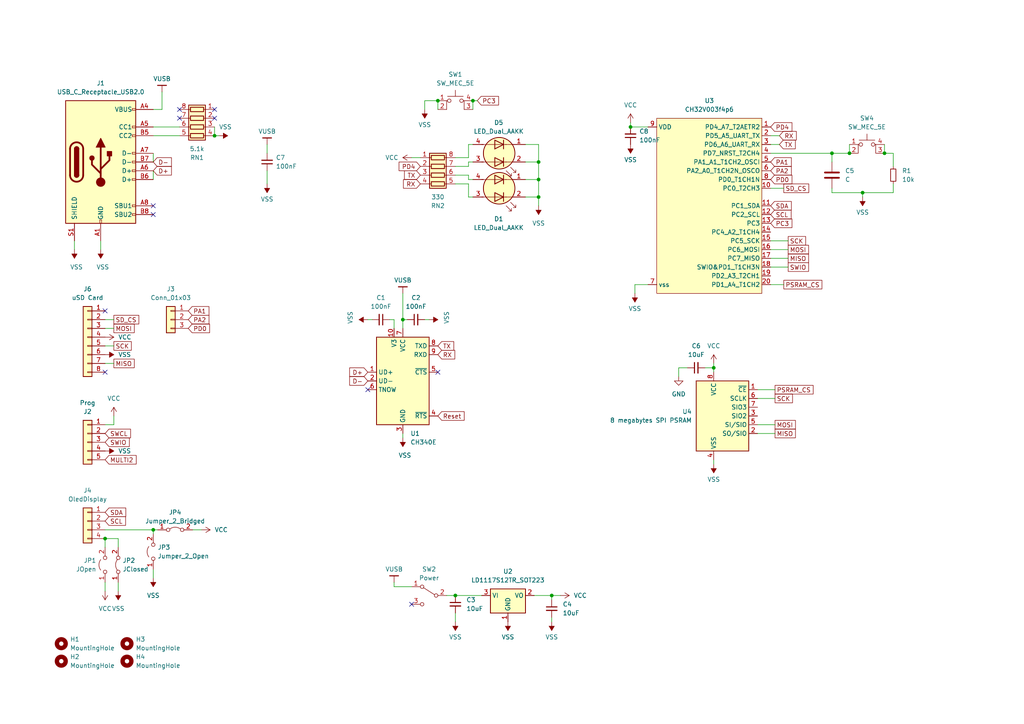
<source format=kicad_sch>
(kicad_sch (version 20230121) (generator eeschema)
  (paper "A4")
  (lib_symbols
    (symbol "CH32V003:CH32V003f4p6"
      (property "Reference" "U1" (at 0 33.02 0))
      (property "Value" "CH32V003f4p6" (at 0 30.48 0))
      (symbol "CH32V003f4p6_1_1"
        (rectangle (start -15.24 27.94) (end 15.24 -22.86) (fill (type background)))
        (pin bidirectional line (at 17.78 25.4 180) (length 2.54) (name "PD4_A7_T2AETR2") (number "1"))
        (pin bidirectional line (at 17.78 7.62 180) (length 2.54) (name "PC0_T2CH3") (number "10"))
        (pin bidirectional line (at 17.78 2.54 180) (length 2.54) (name "PC1_SDA") (number "11"))
        (pin bidirectional line (at 17.78 0 180) (length 2.54) (name "PC2_SCL") (number "12"))
        (pin bidirectional line (at 17.78 -2.54 180) (length 2.54) (name "PC3") (number "13"))
        (pin bidirectional line (at 17.78 -5.08 180) (length 2.54) (name "PC4_A2_T1CH4") (number "14"))
        (pin bidirectional line (at 17.78 -7.62 180) (length 2.54) (name "PC5_SCK") (number "15"))
        (pin bidirectional line (at 17.78 -10.16 180) (length 2.54) (name "PC6_MOSI") (number "16"))
        (pin bidirectional line (at 17.78 -12.7 180) (length 2.54) (name "PC7_MISO") (number "17"))
        (pin bidirectional line (at 17.78 -15.24 180) (length 2.54) (name "SWIO&PD1_T1CH3N") (number "18"))
        (pin bidirectional line (at 17.78 -17.78 180) (length 2.54) (name "PD2_A3_T2CH1") (number "19"))
        (pin bidirectional line (at 17.78 22.86 180) (length 2.54) (name "PD5_A5_UART_TX") (number "2"))
        (pin bidirectional line (at 17.78 -20.32 180) (length 2.54) (name "PD1_A4_T1CH2") (number "20"))
        (pin bidirectional line (at 17.78 20.32 180) (length 2.54) (name "PD6_A6_UART_RX") (number "3"))
        (pin bidirectional line (at 17.78 17.78 180) (length 2.54) (name "PD7_NRST_T2CH4") (number "4"))
        (pin bidirectional line (at 17.78 15.24 180) (length 2.54) (name "PA1_A1_T1CH2_OSCI") (number "5"))
        (pin bidirectional line (at 17.78 12.7 180) (length 2.54) (name "PA2_A0_T1CH2N_OSCO") (number "6"))
        (pin power_in line (at -17.78 -20.32 0) (length 2.54) (name "vss") (number "7"))
        (pin bidirectional line (at 17.78 10.16 180) (length 2.54) (name "PD0_T1CH1N") (number "8"))
        (pin power_in line (at -17.78 25.4 0) (length 2.54) (name "VDD") (number "9"))
      )
    )
    (symbol "Connector:USB_C_Receptacle_USB2.0" (pin_names (offset 1.016))
      (property "Reference" "J" (at -10.16 19.05 0))
      (property "Value" "USB_C_Receptacle_USB2.0" (at 19.05 19.05 0))
      (symbol "USB_C_Receptacle_USB2.0_0_0"
        (rectangle (start -0.254 -17.78) (end 0.254 -16.764))
        (rectangle (start 10.16 -14.986) (end 9.144 -15.494))
        (rectangle (start 10.16 -12.446) (end 9.144 -12.954))
        (rectangle (start 10.16 -4.826) (end 9.144 -5.334))
        (rectangle (start 10.16 -2.286) (end 9.144 -2.794))
        (rectangle (start 10.16 0.254) (end 9.144 -0.254))
        (rectangle (start 10.16 2.794) (end 9.144 2.286))
        (rectangle (start 10.16 7.874) (end 9.144 7.366))
        (rectangle (start 10.16 10.414) (end 9.144 9.906))
        (rectangle (start 10.16 15.494) (end 9.144 14.986))
      )
      (symbol "USB_C_Receptacle_USB2.0_0_1"
        (rectangle (start -10.16 17.78) (end 10.16 -17.78) (stroke (width 0.254)) (fill (type background)))
        (arc (start -8.89 -3.81) (mid -6.985 -5.7067) (end -5.08 -3.81) (stroke (width 0.508)))
        (arc (start -7.62 -3.81) (mid -6.985 -4.4423) (end -6.35 -3.81) (stroke (width 0.254)))
        (arc (start -7.62 -3.81) (mid -6.985 -4.4423) (end -6.35 -3.81) (stroke (width 0.254)) (fill (type outline)))
        (rectangle (start -7.62 -3.81) (end -6.35 3.81) (stroke (width 0.254)) (fill (type outline)))
        (arc (start -6.35 3.81) (mid -6.985 4.4423) (end -7.62 3.81) (stroke (width 0.254)))
        (arc (start -6.35 3.81) (mid -6.985 4.4423) (end -7.62 3.81) (stroke (width 0.254)) (fill (type outline)))
        (arc (start -5.08 3.81) (mid -6.985 5.7067) (end -8.89 3.81) (stroke (width 0.508)))
        (circle (center -2.54 1.143) (radius 0.635) (stroke (width 0.254)) (fill (type outline)))
        (circle (center 0 -5.842) (radius 1.27) (fill (type outline)))
        (polyline (pts (xy -8.89 -3.81) (xy -8.89 3.81)) (stroke (width 0.508)))
        (polyline (pts (xy -5.08 3.81) (xy -5.08 -3.81)) (stroke (width 0.508)))
        (polyline (pts (xy 0 -5.842) (xy 0 4.318)) (stroke (width 0.508)))
        (polyline (pts (xy 0 -3.302) (xy -2.54 -0.762) (xy -2.54 0.508)) (stroke (width 0.508)))
        (polyline (pts (xy 0 -2.032) (xy 2.54 0.508) (xy 2.54 1.778)) (stroke (width 0.508)))
        (polyline (pts (xy -1.27 4.318) (xy 0 6.858) (xy 1.27 4.318) (xy -1.27 4.318)) (stroke (width 0.254)) (fill (type outline)))
        (rectangle (start 1.905 1.778) (end 3.175 3.048) (stroke (width 0.254)) (fill (type outline)))
      )
      (symbol "USB_C_Receptacle_USB2.0_1_1"
        (pin passive line (at 0 -22.86 90) (length 5.08) (name "GND") (number "A1"))
        (pin passive line (at 0 -22.86 90) (length 5.08) hide (name "GND") (number "A12"))
        (pin passive line (at 15.24 15.24 180) (length 5.08) (name "VBUS") (number "A4"))
        (pin bidirectional line (at 15.24 10.16 180) (length 5.08) (name "CC1") (number "A5"))
        (pin bidirectional line (at 15.24 -2.54 180) (length 5.08) (name "D+") (number "A6"))
        (pin bidirectional line (at 15.24 2.54 180) (length 5.08) (name "D-") (number "A7"))
        (pin bidirectional line (at 15.24 -12.7 180) (length 5.08) (name "SBU1") (number "A8"))
        (pin passive line (at 15.24 15.24 180) (length 5.08) hide (name "VBUS") (number "A9"))
        (pin passive line (at 0 -22.86 90) (length 5.08) hide (name "GND") (number "B1"))
        (pin passive line (at 0 -22.86 90) (length 5.08) hide (name "GND") (number "B12"))
        (pin passive line (at 15.24 15.24 180) (length 5.08) hide (name "VBUS") (number "B4"))
        (pin bidirectional line (at 15.24 7.62 180) (length 5.08) (name "CC2") (number "B5"))
        (pin bidirectional line (at 15.24 -5.08 180) (length 5.08) (name "D+") (number "B6"))
        (pin bidirectional line (at 15.24 0 180) (length 5.08) (name "D-") (number "B7"))
        (pin bidirectional line (at 15.24 -15.24 180) (length 5.08) (name "SBU2") (number "B8"))
        (pin passive line (at 15.24 15.24 180) (length 5.08) hide (name "VBUS") (number "B9"))
        (pin passive line (at -7.62 -22.86 90) (length 5.08) (name "SHIELD") (number "S1"))
      )
    )
    (symbol "Connector_Generic:Conn_01x03" (pin_names (offset 1.016) hide)
      (property "Reference" "J" (at 0 5.08 0))
      (property "Value" "Conn_01x03" (at 0 -5.08 0))
      (symbol "Conn_01x03_1_1"
        (rectangle (start -1.27 -2.413) (end 0 -2.667) (stroke (width 0.1524)))
        (rectangle (start -1.27 0.127) (end 0 -0.127) (stroke (width 0.1524)))
        (rectangle (start -1.27 2.667) (end 0 2.413) (stroke (width 0.1524)))
        (rectangle (start -1.27 3.81) (end 1.27 -3.81) (stroke (width 0.254)) (fill (type background)))
        (pin passive line (at -5.08 2.54 0) (length 3.81) (name "Pin_1") (number "1"))
        (pin passive line (at -5.08 0 0) (length 3.81) (name "Pin_2") (number "2"))
        (pin passive line (at -5.08 -2.54 0) (length 3.81) (name "Pin_3") (number "3"))
      )
    )
    (symbol "Connector_Generic:Conn_01x04" (pin_names (offset 1.016) hide)
      (property "Reference" "J" (at 0 5.08 0))
      (property "Value" "Conn_01x04" (at 0 -7.62 0))
      (symbol "Conn_01x04_1_1"
        (rectangle (start -1.27 -4.953) (end 0 -5.207) (stroke (width 0.1524)))
        (rectangle (start -1.27 -2.413) (end 0 -2.667) (stroke (width 0.1524)))
        (rectangle (start -1.27 0.127) (end 0 -0.127) (stroke (width 0.1524)))
        (rectangle (start -1.27 2.667) (end 0 2.413) (stroke (width 0.1524)))
        (rectangle (start -1.27 3.81) (end 1.27 -6.35) (stroke (width 0.254)) (fill (type background)))
        (pin passive line (at -5.08 2.54 0) (length 3.81) (name "Pin_1") (number "1"))
        (pin passive line (at -5.08 0 0) (length 3.81) (name "Pin_2") (number "2"))
        (pin passive line (at -5.08 -2.54 0) (length 3.81) (name "Pin_3") (number "3"))
        (pin passive line (at -5.08 -5.08 0) (length 3.81) (name "Pin_4") (number "4"))
      )
    )
    (symbol "Connector_Generic:Conn_01x05" (pin_names (offset 1.016) hide)
      (property "Reference" "J" (at 0 7.62 0))
      (property "Value" "Conn_01x05" (at 0 -7.62 0))
      (symbol "Conn_01x05_1_1"
        (rectangle (start -1.27 -4.953) (end 0 -5.207) (stroke (width 0.1524)))
        (rectangle (start -1.27 -2.413) (end 0 -2.667) (stroke (width 0.1524)))
        (rectangle (start -1.27 0.127) (end 0 -0.127) (stroke (width 0.1524)))
        (rectangle (start -1.27 2.667) (end 0 2.413) (stroke (width 0.1524)))
        (rectangle (start -1.27 5.207) (end 0 4.953) (stroke (width 0.1524)))
        (rectangle (start -1.27 6.35) (end 1.27 -6.35) (stroke (width 0.254)) (fill (type background)))
        (pin passive line (at -5.08 5.08 0) (length 3.81) (name "Pin_1") (number "1"))
        (pin passive line (at -5.08 2.54 0) (length 3.81) (name "Pin_2") (number "2"))
        (pin passive line (at -5.08 0 0) (length 3.81) (name "Pin_3") (number "3"))
        (pin passive line (at -5.08 -2.54 0) (length 3.81) (name "Pin_4") (number "4"))
        (pin passive line (at -5.08 -5.08 0) (length 3.81) (name "Pin_5") (number "5"))
      )
    )
    (symbol "Connector_Generic:Conn_01x08" (pin_names (offset 1.016) hide)
      (property "Reference" "J" (at 0 10.16 0))
      (property "Value" "Conn_01x08" (at 0 -12.7 0))
      (symbol "Conn_01x08_1_1"
        (rectangle (start -1.27 -10.033) (end 0 -10.287) (stroke (width 0.1524)))
        (rectangle (start -1.27 -7.493) (end 0 -7.747) (stroke (width 0.1524)))
        (rectangle (start -1.27 -4.953) (end 0 -5.207) (stroke (width 0.1524)))
        (rectangle (start -1.27 -2.413) (end 0 -2.667) (stroke (width 0.1524)))
        (rectangle (start -1.27 0.127) (end 0 -0.127) (stroke (width 0.1524)))
        (rectangle (start -1.27 2.667) (end 0 2.413) (stroke (width 0.1524)))
        (rectangle (start -1.27 5.207) (end 0 4.953) (stroke (width 0.1524)))
        (rectangle (start -1.27 7.747) (end 0 7.493) (stroke (width 0.1524)))
        (rectangle (start -1.27 8.89) (end 1.27 -11.43) (stroke (width 0.254)) (fill (type background)))
        (pin passive line (at -5.08 7.62 0) (length 3.81) (name "Pin_1") (number "1"))
        (pin passive line (at -5.08 5.08 0) (length 3.81) (name "Pin_2") (number "2"))
        (pin passive line (at -5.08 2.54 0) (length 3.81) (name "Pin_3") (number "3"))
        (pin passive line (at -5.08 0 0) (length 3.81) (name "Pin_4") (number "4"))
        (pin passive line (at -5.08 -2.54 0) (length 3.81) (name "Pin_5") (number "5"))
        (pin passive line (at -5.08 -5.08 0) (length 3.81) (name "Pin_6") (number "6"))
        (pin passive line (at -5.08 -7.62 0) (length 3.81) (name "Pin_7") (number "7"))
        (pin passive line (at -5.08 -10.16 0) (length 3.81) (name "Pin_8") (number "8"))
      )
    )
    (symbol "Device:C" (pin_numbers hide) (pin_names (offset 0.254))
      (property "Reference" "C" (at 0.635 2.54 0))
      (property "Value" "C" (at 0.635 -2.54 0))
      (symbol "C_0_1"
        (polyline (pts (xy -2.032 -0.762) (xy 2.032 -0.762)) (stroke (width 0.508)))
        (polyline (pts (xy -2.032 0.762) (xy 2.032 0.762)) (stroke (width 0.508)))
      )
      (symbol "C_1_1"
        (pin passive line (at 0 3.81 270) (length 2.794) (name "~") (number "1"))
        (pin passive line (at 0 -3.81 90) (length 2.794) (name "~") (number "2"))
      )
    )
    (symbol "Device:C_Small" (pin_numbers hide) (pin_names (offset 0.254) hide)
      (property "Reference" "C" (at 0.254 1.778 0))
      (property "Value" "C_Small" (at 0.254 -2.032 0))
      (symbol "C_Small_0_1"
        (polyline (pts (xy -1.524 -0.508) (xy 1.524 -0.508)) (stroke (width 0.3302)))
        (polyline (pts (xy -1.524 0.508) (xy 1.524 0.508)) (stroke (width 0.3048)))
      )
      (symbol "C_Small_1_1"
        (pin passive line (at 0 2.54 270) (length 2.032) (name "~") (number "1"))
        (pin passive line (at 0 -2.54 90) (length 2.032) (name "~") (number "2"))
      )
    )
    (symbol "Device:R_Pack04" (pin_names (offset 0) hide)
      (property "Reference" "RN" (at -7.62 0 90))
      (property "Value" "R_Pack04" (at 5.08 0 90))
      (symbol "R_Pack04_0_1"
        (rectangle (start -6.35 -2.413) (end 3.81 2.413) (stroke (width 0.254)) (fill (type background)))
        (rectangle (start -5.715 1.905) (end -4.445 -1.905) (stroke (width 0.254)))
        (rectangle (start -3.175 1.905) (end -1.905 -1.905) (stroke (width 0.254)))
        (rectangle (start -0.635 1.905) (end 0.635 -1.905) (stroke (width 0.254)))
        (polyline (pts (xy -5.08 -2.54) (xy -5.08 -1.905)))
        (polyline (pts (xy -5.08 1.905) (xy -5.08 2.54)))
        (polyline (pts (xy -2.54 -2.54) (xy -2.54 -1.905)))
        (polyline (pts (xy -2.54 1.905) (xy -2.54 2.54)))
        (polyline (pts (xy 0 -2.54) (xy 0 -1.905)))
        (polyline (pts (xy 0 1.905) (xy 0 2.54)))
        (polyline (pts (xy 2.54 -2.54) (xy 2.54 -1.905)))
        (polyline (pts (xy 2.54 1.905) (xy 2.54 2.54)))
        (rectangle (start 1.905 1.905) (end 3.175 -1.905) (stroke (width 0.254)))
      )
      (symbol "R_Pack04_1_1"
        (pin passive line (at -5.08 -5.08 90) (length 2.54) (name "R1.1") (number "1"))
        (pin passive line (at -2.54 -5.08 90) (length 2.54) (name "R2.1") (number "2"))
        (pin passive line (at 0 -5.08 90) (length 2.54) (name "R3.1") (number "3"))
        (pin passive line (at 2.54 -5.08 90) (length 2.54) (name "R4.1") (number "4"))
        (pin passive line (at 2.54 5.08 270) (length 2.54) (name "R4.2") (number "5"))
        (pin passive line (at 0 5.08 270) (length 2.54) (name "R3.2") (number "6"))
        (pin passive line (at -2.54 5.08 270) (length 2.54) (name "R2.2") (number "7"))
        (pin passive line (at -5.08 5.08 270) (length 2.54) (name "R1.2") (number "8"))
      )
    )
    (symbol "Device:R_Small" (pin_numbers hide) (pin_names (offset 0.254) hide)
      (property "Reference" "R" (at 0.762 0.508 0))
      (property "Value" "R_Small" (at 0.762 -1.016 0))
      (symbol "R_Small_0_1"
        (rectangle (start -0.762 1.778) (end 0.762 -1.778) (stroke (width 0.2032)))
      )
      (symbol "R_Small_1_1"
        (pin passive line (at 0 2.54 270) (length 0.762) (name "~") (number "1"))
        (pin passive line (at 0 -2.54 90) (length 0.762) (name "~") (number "2"))
      )
    )
    (symbol "Interface_USB:CH340E"
      (property "Reference" "U" (at -5.08 13.97 0))
      (property "Value" "CH340E" (at 1.27 13.97 0))
      (symbol "CH340E_0_1"
        (rectangle (start -7.62 12.7) (end 7.62 -12.7) (stroke (width 0.254)) (fill (type background)))
      )
      (symbol "CH340E_1_1"
        (pin bidirectional line (at -10.16 2.54 0) (length 2.54) (name "UD+") (number "1"))
        (pin passive line (at -2.54 15.24 270) (length 2.54) (name "V3") (number "10"))
        (pin bidirectional line (at -10.16 0 0) (length 2.54) (name "UD-") (number "2"))
        (pin power_in line (at 0 -15.24 90) (length 2.54) (name "GND") (number "3"))
        (pin output line (at 10.16 -10.16 180) (length 2.54) (name "~{RTS}") (number "4"))
        (pin input line (at 10.16 2.54 180) (length 2.54) (name "~{CTS}") (number "5"))
        (pin output line (at -10.16 -2.54 0) (length 2.54) (name "TNOW") (number "6"))
        (pin power_in line (at 0 15.24 270) (length 2.54) (name "VCC") (number "7"))
        (pin output line (at 10.16 10.16 180) (length 2.54) (name "TXD") (number "8"))
        (pin input line (at 10.16 7.62 180) (length 2.54) (name "RXD") (number "9"))
      )
    )
    (symbol "Jumper:Jumper_2_Bridged" (pin_names (offset 0) hide)
      (property "Reference" "JP" (at 0 1.905 0))
      (property "Value" "Jumper_2_Bridged" (at 0 -2.54 0))
      (symbol "Jumper_2_Bridged_0_0"
        (circle (center -2.032 0) (radius 0.508))
        (circle (center 2.032 0) (radius 0.508))
      )
      (symbol "Jumper_2_Bridged_0_1"
        (arc (start 1.524 0.254) (mid 0 0.762) (end -1.524 0.254))
      )
      (symbol "Jumper_2_Bridged_1_1"
        (pin passive line (at -5.08 0 0) (length 2.54) (name "A") (number "1"))
        (pin passive line (at 5.08 0 180) (length 2.54) (name "B") (number "2"))
      )
    )
    (symbol "Jumper:Jumper_2_Open" (pin_names (offset 0) hide)
      (property "Reference" "JP" (at 0 2.794 0))
      (property "Value" "Jumper_2_Open" (at 0 -2.286 0))
      (symbol "Jumper_2_Open_0_0"
        (circle (center -2.032 0) (radius 0.508))
        (circle (center 2.032 0) (radius 0.508))
      )
      (symbol "Jumper_2_Open_0_1"
        (arc (start 1.524 1.27) (mid 0 1.778) (end -1.524 1.27))
      )
      (symbol "Jumper_2_Open_1_1"
        (pin passive line (at -5.08 0 0) (length 2.54) (name "A") (number "1"))
        (pin passive line (at 5.08 0 180) (length 2.54) (name "B") (number "2"))
      )
    )
    (symbol "LED_Dual_AAKK_1" (pin_names (offset 0) hide)
      (property "Reference" "D5" (at -0.127 11.43 0))
      (property "Value" "LED_Dual_AAKK" (at -0.127 8.89 0))
      (symbol "LED_Dual_AAKK_1_0_1"
        (polyline (pts (xy -5.08 -2.54) (xy 2.032 -2.54)))
        (polyline (pts (xy -5.08 2.54) (xy 2.032 2.54)))
        (polyline (pts (xy 1.27 -1.27) (xy 1.27 -3.81)) (stroke (width 0.254)))
        (polyline (pts (xy 1.27 3.81) (xy 1.27 1.27)) (stroke (width 0.254)))
        (polyline (pts (xy 3.81 -2.54) (xy 1.905 -2.54)))
        (polyline (pts (xy 3.81 2.54) (xy 1.905 2.54)))
        (polyline (pts (xy -1.27 -1.27) (xy -1.27 -3.81) (xy 1.27 -2.54) (xy -1.27 -1.27)) (stroke (width 0.254)))
        (polyline (pts (xy -1.27 3.81) (xy -1.27 1.27) (xy 1.27 2.54) (xy -1.27 3.81)) (stroke (width 0.254)))
        (polyline (pts (xy 2.032 5.08) (xy 3.556 6.604) (xy 2.794 6.604) (xy 3.556 6.604) (xy 3.556 5.842)))
        (polyline (pts (xy 3.302 4.064) (xy 4.826 5.588) (xy 4.064 5.588) (xy 4.826 5.588) (xy 4.826 4.826)))
        (circle (center 0 0) (radius 4.572) (stroke (width 0.254)) (fill (type background)))
      )
      (symbol "LED_Dual_AAKK_1_1_1"
        (pin input line (at 7.62 -2.54 180) (length 3.81) (name "K2") (number "1"))
        (pin input line (at 7.62 2.54 180) (length 3.81) (name "K1") (number "2"))
        (pin input line (at -7.62 2.54 0) (length 3.048) (name "A1") (number "3"))
        (pin input line (at -7.62 -2.54 0) (length 3.048) (name "A2") (number "4"))
      )
    )
    (symbol "Mechanical:MountingHole" (pin_names (offset 1.016))
      (property "Reference" "H" (at 0 5.08 0))
      (property "Value" "MountingHole" (at 0 3.175 0))
      (symbol "MountingHole_0_1"
        (circle (center 0 0) (radius 1.27) (stroke (width 1.27)))
      )
    )
    (symbol "Memory_RAM:ESP-PSRAM32"
      (property "Reference" "U" (at 3.81 11.43 0))
      (property "Value" "ESP-PSRAM32" (at -1.27 -11.43 0))
      (symbol "ESP-PSRAM32_0_1"
        (rectangle (start -7.62 10.16) (end 7.62 -10.16) (stroke (width 0.254)) (fill (type background)))
      )
      (symbol "ESP-PSRAM32_1_1"
        (pin input line (at 10.16 7.62 180) (length 2.54) (name "~{CE}") (number "1"))
        (pin output line (at 10.16 -5.08 180) (length 2.54) (name "SO/SIO") (number "2"))
        (pin bidirectional line (at 10.16 0 180) (length 2.54) (name "SIO2") (number "3"))
        (pin power_in line (at -2.54 -12.7 90) (length 2.54) (name "VSS") (number "4"))
        (pin input line (at 10.16 -2.54 180) (length 2.54) (name "SI/SIO") (number "5"))
        (pin output line (at 10.16 5.08 180) (length 2.54) (name "SCLK") (number "6"))
        (pin bidirectional line (at 10.16 2.54 180) (length 2.54) (name "SIO3") (number "7"))
        (pin power_in line (at -2.54 12.7 270) (length 2.54) (name "VCC") (number "8"))
      )
    )
    (symbol "Regulator_Linear:LD1117S12TR_SOT223"
      (property "Reference" "U" (at -3.81 3.175 0))
      (property "Value" "LD1117S12TR_SOT223" (at 0 3.175 0))
      (symbol "LD1117S12TR_SOT223_0_1"
        (rectangle (start -5.08 -5.08) (end 5.08 1.905) (stroke (width 0.254)) (fill (type background)))
      )
      (symbol "LD1117S12TR_SOT223_1_1"
        (pin power_in line (at 0 -7.62 90) (length 2.54) (name "GND") (number "1"))
        (pin power_out line (at 7.62 0 180) (length 2.54) (name "VO") (number "2"))
        (pin power_in line (at -7.62 0 0) (length 2.54) (name "VI") (number "3"))
      )
    )
    (symbol "Switch:SW_MEC_5E" (pin_names (offset 1.016) hide)
      (property "Reference" "SW" (at 0.635 5.715 0))
      (property "Value" "SW_MEC_5E" (at 0 -3.175 0))
      (symbol "SW_MEC_5E_0_1"
        (circle (center -1.778 2.54) (radius 0.508))
        (polyline (pts (xy -2.286 3.81) (xy 2.286 3.81)))
        (polyline (pts (xy 0 3.81) (xy 0 5.588)))
        (polyline (pts (xy -2.54 0) (xy -2.54 2.54) (xy -2.286 2.54)))
        (polyline (pts (xy 2.54 0) (xy 2.54 2.54) (xy 2.286 2.54)))
        (circle (center 1.778 2.54) (radius 0.508))
        (pin passive line (at -5.08 2.54 0) (length 2.54) (name "1") (number "1"))
        (pin passive line (at -5.08 0 0) (length 2.54) (name "2") (number "2"))
        (pin passive line (at 5.08 0 180) (length 2.54) (name "K") (number "3"))
        (pin passive line (at 5.08 2.54 180) (length 2.54) (name "A") (number "4"))
      )
    )
    (symbol "Switch:SW_SPDT" (pin_names (offset 0) hide)
      (property "Reference" "SW" (at 0 4.318 0))
      (property "Value" "SW_SPDT" (at 0 -5.08 0))
      (symbol "SW_SPDT_0_0"
        (circle (center -2.032 0) (radius 0.508))
        (circle (center 2.032 -2.54) (radius 0.508))
      )
      (symbol "SW_SPDT_0_1"
        (polyline (pts (xy -1.524 0.254) (xy 1.651 2.286)))
        (circle (center 2.032 2.54) (radius 0.508))
      )
      (symbol "SW_SPDT_1_1"
        (pin passive line (at 5.08 2.54 180) (length 2.54) (name "A") (number "1"))
        (pin passive line (at -5.08 0 0) (length 2.54) (name "B") (number "2"))
        (pin passive line (at 5.08 -2.54 180) (length 2.54) (name "C") (number "3"))
      )
    )
    (symbol "gkl_power:VUSB" (power) (pin_names (offset 0))
      (property "Value" "VUSB" (at 0 3.556 0))
      (symbol "VUSB_0_1"
        (polyline (pts (xy -1.27 1.905) (xy 1.27 1.905)) (stroke (width 0.3048)))
        (polyline (pts (xy 0 0) (xy 0 1.905)))
      )
      (symbol "VUSB_1_1"
        (pin power_in line (at 0 0 90) (length 0) hide (name "VUSB") (number "1"))
      )
    )
    (symbol "power:GND" (power) (pin_names (offset 0))
      (property "Value" "GND" (at 0 -3.81 0))
      (symbol "GND_0_1"
        (polyline (pts (xy 0 0) (xy 0 -1.27) (xy 1.27 -1.27) (xy 0 -2.54) (xy -1.27 -1.27) (xy 0 -1.27)))
      )
      (symbol "GND_1_1"
        (pin power_in line (at 0 0 270) (length 0) hide (name "GND") (number "1"))
      )
    )
    (symbol "power:VCC" (power) (pin_names (offset 0))
      (property "Value" "VCC" (at 0 3.81 0))
      (symbol "VCC_0_1"
        (polyline (pts (xy -0.762 1.27) (xy 0 2.54)))
        (polyline (pts (xy 0 0) (xy 0 2.54)))
        (polyline (pts (xy 0 2.54) (xy 0.762 1.27)))
      )
      (symbol "VCC_1_1"
        (pin power_in line (at 0 0 90) (length 0) hide (name "VCC") (number "1"))
      )
    )
    (symbol "power:VSS" (power) (pin_names (offset 0))
      (property "Value" "VSS" (at 0 3.81 0))
      (symbol "VSS_0_1"
        (polyline (pts (xy 0 0) (xy 0 2.54)))
        (polyline (pts (xy 0.762 1.27) (xy -0.762 1.27) (xy 0 2.54) (xy 0.762 1.27)) (fill (type outline)))
      )
      (symbol "VSS_1_1"
        (pin power_in line (at 0 0 90) (length 0) hide (name "VSS") (number "1"))
      )
    )
  )
  (junction (at 132.08 172.72))
  (junction (at 207.01 106.68))
  (junction (at 241.3 44.45))
  (junction (at 30.48 156.21))
  (junction (at 182.88 36.83))
  (junction (at 256.54 44.45))
  (junction (at 246.38 44.45))
  (junction (at 116.84 92.71))
  (junction (at 156.21 52.07))
  (junction (at 160.02 172.72))
  (junction (at 156.21 57.15))
  (junction (at 137.16 29.21))
  (junction (at 62.23 39.37))
  (junction (at 156.21 46.99))
  (junction (at 250.19 55.88))
  (junction (at 127 29.21))
  (junction (at 44.45 153.67))
  (no_connect (at 127 107.95))
  (no_connect (at 119.38 175.26))
  (no_connect (at 62.23 34.29))
  (no_connect (at 52.07 34.29))
  (no_connect (at 106.68 113.03))
  (no_connect (at 62.23 31.75))
  (no_connect (at 44.45 59.69))
  (no_connect (at 30.48 90.17))
  (no_connect (at 52.07 31.75))
  (no_connect (at 44.45 62.23))
  (no_connect (at 30.48 107.95))
  (wire (pts (xy 123.19 92.71) (xy 124.46 92.71)))
  (wire (pts (xy 259.08 55.88) (xy 250.19 55.88)))
  (wire (pts (xy 123.19 29.21) (xy 127 29.21)))
  (wire (pts (xy 204.47 106.68) (xy 207.01 106.68)))
  (wire (pts (xy 259.08 53.34) (xy 259.08 55.88)))
  (wire (pts (xy 62.23 36.83) (xy 62.23 39.37)))
  (wire (pts (xy 34.29 156.21) (xy 30.48 156.21)))
  (wire (pts (xy 224.79 115.57) (xy 219.71 115.57)))
  (wire (pts (xy 156.21 57.15) (xy 156.21 52.07)))
  (wire (pts (xy 30.48 156.21) (xy 30.48 158.75)))
  (wire (pts (xy 156.21 59.69) (xy 156.21 57.15)))
  (wire (pts (xy 33.02 120.65) (xy 33.02 123.19)))
  (wire (pts (xy 160.02 179.07) (xy 160.02 180.34)))
  (wire (pts (xy 259.08 44.45) (xy 259.08 48.26)))
  (wire (pts (xy 184.15 85.09) (xy 184.15 82.55)))
  (wire (pts (xy 44.45 153.67) (xy 45.72 153.67)))
  (wire (pts (xy 184.15 82.55) (xy 187.96 82.55)))
  (wire (pts (xy 137.16 29.21) (xy 137.16 31.75)))
  (wire (pts (xy 160.02 172.72) (xy 162.56 172.72)))
  (wire (pts (xy 137.16 29.21) (xy 138.43 29.21)))
  (wire (pts (xy 30.48 92.71) (xy 33.02 92.71)))
  (wire (pts (xy 224.79 123.19) (xy 219.71 123.19)))
  (wire (pts (xy 116.84 85.09) (xy 116.84 92.71)))
  (wire (pts (xy 46.99 26.67) (xy 46.99 31.75)))
  (wire (pts (xy 44.45 39.37) (xy 52.07 39.37)))
  (wire (pts (xy 114.3 170.18) (xy 119.38 170.18)))
  (wire (pts (xy 46.99 31.75) (xy 44.45 31.75)))
  (wire (pts (xy 107.95 92.71) (xy 106.68 92.71)))
  (wire (pts (xy 182.88 35.56) (xy 182.88 36.83)))
  (wire (pts (xy 62.23 39.37) (xy 63.5 39.37)))
  (wire (pts (xy 129.54 172.72) (xy 132.08 172.72)))
  (wire (pts (xy 137.16 52.07) (xy 135.89 52.07)))
  (wire (pts (xy 256.54 44.45) (xy 259.08 44.45)))
  (wire (pts (xy 160.02 172.72) (xy 160.02 173.99)))
  (wire (pts (xy 135.89 46.99) (xy 135.89 48.26)))
  (wire (pts (xy 44.45 44.45) (xy 44.45 46.99)))
  (wire (pts (xy 227.33 82.55) (xy 223.52 82.55)))
  (wire (pts (xy 30.48 105.41) (xy 33.02 105.41)))
  (wire (pts (xy 224.79 113.03) (xy 219.71 113.03)))
  (wire (pts (xy 246.38 41.91) (xy 246.38 44.45)))
  (wire (pts (xy 132.08 177.8) (xy 132.08 180.34)))
  (wire (pts (xy 156.21 41.91) (xy 152.4 41.91)))
  (wire (pts (xy 135.89 41.91) (xy 137.16 41.91)))
  (wire (pts (xy 44.45 36.83) (xy 52.07 36.83)))
  (wire (pts (xy 132.08 53.34) (xy 135.89 53.34)))
  (wire (pts (xy 21.59 72.39) (xy 21.59 69.85)))
  (wire (pts (xy 44.45 49.53) (xy 44.45 52.07)))
  (wire (pts (xy 114.3 95.25) (xy 114.3 92.71)))
  (wire (pts (xy 137.16 46.99) (xy 135.89 46.99)))
  (wire (pts (xy 135.89 52.07) (xy 135.89 50.8)))
  (wire (pts (xy 135.89 50.8) (xy 132.08 50.8)))
  (wire (pts (xy 77.47 41.91) (xy 77.47 44.45)))
  (wire (pts (xy 132.08 45.72) (xy 135.89 45.72)))
  (wire (pts (xy 241.3 44.45) (xy 246.38 44.45)))
  (wire (pts (xy 226.06 39.37) (xy 223.52 39.37)))
  (wire (pts (xy 154.94 172.72) (xy 160.02 172.72)))
  (wire (pts (xy 77.47 49.53) (xy 77.47 53.34)))
  (wire (pts (xy 30.48 168.91) (xy 30.48 171.45)))
  (wire (pts (xy 34.29 158.75) (xy 34.29 156.21)))
  (wire (pts (xy 224.79 125.73) (xy 219.71 125.73)))
  (wire (pts (xy 228.6 74.93) (xy 223.52 74.93)))
  (wire (pts (xy 228.6 77.47) (xy 223.52 77.47)))
  (wire (pts (xy 182.88 36.83) (xy 187.96 36.83)))
  (wire (pts (xy 256.54 41.91) (xy 256.54 44.45)))
  (wire (pts (xy 137.16 57.15) (xy 135.89 57.15)))
  (wire (pts (xy 152.4 57.15) (xy 156.21 57.15)))
  (wire (pts (xy 226.06 41.91) (xy 223.52 41.91)))
  (wire (pts (xy 116.84 92.71) (xy 116.84 95.25)))
  (wire (pts (xy 223.52 44.45) (xy 241.3 44.45)))
  (wire (pts (xy 30.48 95.25) (xy 33.02 95.25)))
  (wire (pts (xy 156.21 46.99) (xy 156.21 41.91)))
  (wire (pts (xy 241.3 44.45) (xy 241.3 46.99)))
  (wire (pts (xy 34.29 168.91) (xy 34.29 171.45)))
  (wire (pts (xy 228.6 69.85) (xy 223.52 69.85)))
  (wire (pts (xy 30.48 100.33) (xy 33.02 100.33)))
  (wire (pts (xy 135.89 45.72) (xy 135.89 41.91)))
  (wire (pts (xy 196.85 106.68) (xy 199.39 106.68)))
  (wire (pts (xy 152.4 52.07) (xy 156.21 52.07)))
  (wire (pts (xy 135.89 48.26) (xy 132.08 48.26)))
  (wire (pts (xy 207.01 134.62) (xy 207.01 133.35)))
  (wire (pts (xy 127 29.21) (xy 127 31.75)))
  (wire (pts (xy 152.4 46.99) (xy 156.21 46.99)))
  (wire (pts (xy 132.08 172.72) (xy 139.7 172.72)))
  (wire (pts (xy 55.88 153.67) (xy 58.42 153.67)))
  (wire (pts (xy 227.33 54.61) (xy 223.52 54.61)))
  (wire (pts (xy 116.84 92.71) (xy 118.11 92.71)))
  (wire (pts (xy 241.3 55.88) (xy 241.3 54.61)))
  (wire (pts (xy 156.21 52.07) (xy 156.21 46.99)))
  (wire (pts (xy 44.45 165.1) (xy 44.45 167.64)))
  (wire (pts (xy 207.01 105.41) (xy 207.01 106.68)))
  (wire (pts (xy 135.89 57.15) (xy 135.89 53.34)))
  (wire (pts (xy 114.3 168.91) (xy 114.3 170.18)))
  (wire (pts (xy 250.19 57.15) (xy 250.19 55.88)))
  (wire (pts (xy 30.48 153.67) (xy 44.45 153.67)))
  (wire (pts (xy 228.6 72.39) (xy 223.52 72.39)))
  (wire (pts (xy 196.85 109.22) (xy 196.85 106.68)))
  (wire (pts (xy 33.02 123.19) (xy 30.48 123.19)))
  (wire (pts (xy 119.38 45.72) (xy 121.92 45.72)))
  (wire (pts (xy 114.3 92.71) (xy 113.03 92.71)))
  (wire (pts (xy 207.01 106.68) (xy 207.01 107.95)))
  (wire (pts (xy 250.19 55.88) (xy 241.3 55.88)))
  (wire (pts (xy 29.21 72.39) (xy 29.21 69.85)))
  (wire (pts (xy 116.84 125.73) (xy 116.84 127)))
  (wire (pts (xy 44.45 153.67) (xy 44.45 154.94)))
  (wire (pts (xy 123.19 31.75) (xy 123.19 29.21)))
  (global_label "PA1" (shape input) (at 54.61 90.17 0) (property "Intersheetrefs" "${INTERSHEET_REFS}" (effects hide)))
  (global_label "PSRAM_CS" (shape passive) (at 227.33 82.55 0) (property "Intersheetrefs" "${INTERSHEET_REFS}" (effects hide)))
  (global_label "MISO" (shape passive) (at 224.79 125.73 0) (property "Intersheetrefs" "${INTERSHEET_REFS}" (effects hide)))
  (global_label "RX" (shape input) (at 127 102.87 0) (property "Intersheetrefs" "${INTERSHEET_REFS}" (effects hide)))
  (global_label "SWIO" (shape input) (at 30.48 128.27 0) (property "Intersheetrefs" "${INTERSHEET_REFS}" (effects hide)))
  (global_label "SCK" (shape passive) (at 224.79 115.57 0) (property "Intersheetrefs" "${INTERSHEET_REFS}" (effects hide)))
  (global_label "SWIO" (shape passive) (at 228.6 77.47 0) (property "Intersheetrefs" "${INTERSHEET_REFS}" (effects hide)))
  (global_label "SDA" (shape input) (at 223.52 59.69 0) (property "Intersheetrefs" "${INTERSHEET_REFS}" (effects hide)))
  (global_label "PA2" (shape input) (at 223.52 49.53 0) (property "Intersheetrefs" "${INTERSHEET_REFS}" (effects hide)))
  (global_label "D+" (shape input) (at 106.68 107.95 180) (property "Intersheetrefs" "${INTERSHEET_REFS}" (effects hide)))
  (global_label "PD4" (shape input) (at 121.92 48.26 180) (property "Intersheetrefs" "${INTERSHEET_REFS}" (effects hide)))
  (global_label "PA1" (shape input) (at 223.52 46.99 0) (property "Intersheetrefs" "${INTERSHEET_REFS}" (effects hide)))
  (global_label "MOSI" (shape passive) (at 33.02 95.25 0) (property "Intersheetrefs" "${INTERSHEET_REFS}" (effects hide)))
  (global_label "SCL" (shape input) (at 223.52 62.23 0) (property "Intersheetrefs" "${INTERSHEET_REFS}" (effects hide)))
  (global_label "PA2" (shape input) (at 54.61 92.71 0) (property "Intersheetrefs" "${INTERSHEET_REFS}" (effects hide)))
  (global_label "D-" (shape input) (at 106.68 110.49 180) (property "Intersheetrefs" "${INTERSHEET_REFS}" (effects hide)))
  (global_label "D+" (shape input) (at 44.45 49.53 0) (property "Intersheetrefs" "${INTERSHEET_REFS}" (effects hide)))
  (global_label "RX" (shape input) (at 226.06 39.37 0) (property "Intersheetrefs" "${INTERSHEET_REFS}" (effects hide)))
  (global_label "PC3" (shape input) (at 138.43 29.21 0) (property "Intersheetrefs" "${INTERSHEET_REFS}" (effects hide)))
  (global_label "TX" (shape input) (at 226.06 41.91 0) (property "Intersheetrefs" "${INTERSHEET_REFS}" (effects hide)))
  (global_label "MISO" (shape passive) (at 33.02 105.41 0) (property "Intersheetrefs" "${INTERSHEET_REFS}" (effects hide)))
  (global_label "PD4" (shape input) (at 223.52 36.83 0) (property "Intersheetrefs" "${INTERSHEET_REFS}" (effects hide)))
  (global_label "MISO" (shape passive) (at 228.6 74.93 0) (property "Intersheetrefs" "${INTERSHEET_REFS}" (effects hide)))
  (global_label "SDA" (shape input) (at 30.48 148.59 0) (property "Intersheetrefs" "${INTERSHEET_REFS}" (effects hide)))
  (global_label "TX" (shape input) (at 127 100.33 0) (property "Intersheetrefs" "${INTERSHEET_REFS}" (effects hide)))
  (global_label "SCK" (shape passive) (at 33.02 100.33 0) (property "Intersheetrefs" "${INTERSHEET_REFS}" (effects hide)))
  (global_label "TX" (shape input) (at 121.92 50.8 180) (property "Intersheetrefs" "${INTERSHEET_REFS}" (effects hide)))
  (global_label "SD_CS" (shape passive) (at 33.02 92.71 0) (property "Intersheetrefs" "${INTERSHEET_REFS}" (effects hide)))
  (global_label "SCL" (shape input) (at 30.48 151.13 0) (property "Intersheetrefs" "${INTERSHEET_REFS}" (effects hide)))
  (global_label "D-" (shape input) (at 44.45 46.99 0) (property "Intersheetrefs" "${INTERSHEET_REFS}" (effects hide)))
  (global_label "SD_CS" (shape passive) (at 227.33 54.61 0) (property "Intersheetrefs" "${INTERSHEET_REFS}" (effects hide)))
  (global_label "SWCL" (shape input) (at 30.48 125.73 0) (property "Intersheetrefs" "${INTERSHEET_REFS}" (effects hide)))
  (global_label "MULTI2" (shape input) (at 30.48 133.35 0) (property "Intersheetrefs" "${INTERSHEET_REFS}" (effects hide)))
  (global_label "PD0" (shape input) (at 223.52 52.07 0) (property "Intersheetrefs" "${INTERSHEET_REFS}" (effects hide)))
  (global_label "MOSI" (shape passive) (at 224.79 123.19 0) (property "Intersheetrefs" "${INTERSHEET_REFS}" (effects hide)))
  (global_label "PC3" (shape input) (at 223.52 64.77 0) (property "Intersheetrefs" "${INTERSHEET_REFS}" (effects hide)))
  (global_label "RX" (shape input) (at 121.92 53.34 180) (property "Intersheetrefs" "${INTERSHEET_REFS}" (effects hide)))
  (global_label "SCK" (shape passive) (at 228.6 69.85 0) (property "Intersheetrefs" "${INTERSHEET_REFS}" (effects hide)))
  (global_label "PD0" (shape input) (at 54.61 95.25 0) (property "Intersheetrefs" "${INTERSHEET_REFS}" (effects hide)))
  (global_label "PSRAM_CS" (shape passive) (at 224.79 113.03 0) (property "Intersheetrefs" "${INTERSHEET_REFS}" (effects hide)))
  (global_label "MOSI" (shape passive) (at 228.6 72.39 0) (property "Intersheetrefs" "${INTERSHEET_REFS}" (effects hide)))
  (global_label "Reset" (shape input) (at 127 120.65 0) (property "Intersheetrefs" "${INTERSHEET_REFS}" (effects hide)))
  (symbol (lib_id "power:VSS") (at 21.59 72.39 180) (unit 1)
    (property "Reference" "#PWR01" (effects hide))
    (property "Value" "VSS" (at 20.32 77.47 0) (effects (justify right)))
  )
  (symbol (lib_id "gkl_power:VUSB") (at 114.3 168.91 0) (unit 1)
    (property "Reference" "#PWR010" (effects hide))
    (property "Value" "VUSB" (at 114.3 165.1 0))
  )
  (symbol (lib_id "power:VSS") (at 182.88 41.91 180) (unit 1)
    (property "Reference" "#PWR028" (effects hide))
    (property "Value" "VSS" (at 182.88 46.355 0))
  )
  (symbol (lib_id "power:VCC") (at 182.88 35.56 0) (unit 1)
    (property "Reference" "#PWR017" (effects hide))
    (property "Value" "VCC" (at 182.88 30.48 0))
  )
  (symbol (lib_id "power:VCC") (at 30.48 97.79 270) (unit 1)
    (property "Reference" "#PWR032" (effects hide))
    (property "Value" "VCC" (at 34.29 97.79 90) (effects (justify left)))
  )
  (symbol (lib_id "Jumper:Jumper_2_Open") (at 30.48 163.83 90) (unit 1)
    (property "Reference" "JP1" (at 27.94 162.56 90) (effects (justify left)))
    (property "Value" "JOpen" (at 27.94 165.1 90) (effects (justify left)))
    (property "Footprint" "Jumper:SolderJumper-2_P1.3mm_Open_TrianglePad1.0x1.5mm" (effects hide))
  )
  (symbol (lib_id "power:VCC") (at 119.38 45.72 90) (mirror x) (unit 1)
    (property "Reference" "#PWR015" (effects hide))
    (property "Value" "VCC" (at 115.57 45.72 90) (effects (justify left)))
  )
  (symbol (lib_id "power:VSS") (at 147.32 180.34 180) (unit 1)
    (property "Reference" "#PWR012" (effects hide))
    (property "Value" "VSS" (at 147.32 184.785 0))
  )
  (symbol (lib_name "LED_Dual_AAKK_1") (lib_id "Device:LED_Dual_AAKK") (at 144.78 54.61 0) (mirror x) (unit 1)
    (property "Reference" "D1" (at 144.653 63.5 0))
    (property "Value" "LED_Dual_AAKK" (at 144.653 66.04 0))
    (property "Footprint" "UL_LED:F.1615.00003_RedGreen" (effects hide))
  )
  (symbol (lib_id "Device:C_Small") (at 110.49 92.71 270) (mirror x) (unit 1)
    (property "Reference" "C1" (at 110.4837 86.36 90))
    (property "Value" "100nF" (at 110.4837 88.9 90))
    (property "Footprint" "Capacitor_SMD:C_0805_2012Metric" (effects hide))
  )
  (symbol (lib_id "Switch:SW_MEC_5E") (at 251.46 44.45 0) (unit 1)
    (property "Reference" "SW4" (at 251.46 34.29 0))
    (property "Value" "SW_MEC_5E" (at 251.46 36.83 0))
    (property "Footprint" "UL_Buttons:TS3315A" (effects hide))
    (property "Datasheet" "http://www.apem.com/int/index.php?controller=attachment&id_attachment=1371" (effects hide))
  )
  (symbol (lib_id "Device:C") (at 241.3 50.8 0) (unit 1)
    (property "Reference" "C5" (at 245.11 49.53 0) (effects (justify left)))
    (property "Value" "C" (at 245.11 52.07 0) (effects (justify left)))
    (property "Footprint" "Capacitor_SMD:C_0805_2012Metric_Pad1.18x1.45mm_HandSolder" (effects hide))
  )
  (symbol (lib_id "power:VSS") (at 106.68 92.71 90) (mirror x) (unit 1)
    (property "Reference" "#PWR06" (effects hide))
    (property "Value" "VSS" (at 101.6 93.98 0) (effects (justify right)))
  )
  (symbol (lib_id "Connector_Generic:Conn_01x03") (at 49.53 92.71 0) (mirror y) (unit 1)
    (property "Reference" "J3" (at 49.53 83.82 0))
    (property "Value" "Conn_01x03" (at 49.53 86.36 0))
    (property "Footprint" "Connector_PinHeader_2.54mm:PinHeader_1x03_P2.54mm_Vertical" (effects hide))
  )
  (symbol (lib_id "power:VSS") (at 156.21 59.69 180) (unit 1)
    (property "Reference" "#PWR016" (effects hide))
    (property "Value" "VSS" (at 156.21 64.77 0))
  )
  (symbol (lib_id "Connector_Generic:Conn_01x04") (at 25.4 151.13 0) (mirror y) (unit 1)
    (property "Reference" "J4" (at 25.4 142.24 0))
    (property "Value" "OledDisplay" (at 25.4 144.78 0))
    (property "Footprint" "Connector_PinHeader_2.54mm:PinHeader_1x04_P2.54mm_Vertical" (effects hide))
  )
  (symbol (lib_id "power:VCC") (at 207.01 105.41 0) (unit 1)
    (property "Reference" "#PWR021" (effects hide))
    (property "Value" "VCC" (at 207.01 100.33 0))
  )
  (symbol (lib_id "Mechanical:MountingHole") (at 36.83 186.69 0) (unit 1)
    (property "Reference" "H3" (at 39.37 185.42 0) (effects (justify left)))
    (property "Value" "MountingHole" (at 39.37 187.96 0) (effects (justify left)))
    (property "Footprint" "MountingHole:MountingHole_2.2mm_M2" (effects hide))
  )
  (symbol (lib_id "Jumper:Jumper_2_Bridged") (at 34.29 163.83 90) (unit 1)
    (property "Reference" "JP2" (at 35.56 162.56 90) (effects (justify right)))
    (property "Value" "JClosed" (at 35.56 165.1 90) (effects (justify right)))
    (property "Footprint" "Jumper:SolderJumper-2_P1.3mm_Bridged_Pad1.0x1.5mm" (effects hide))
  )
  (symbol (lib_id "power:VSS") (at 44.45 167.64 180) (unit 1)
    (property "Reference" "#PWR026" (effects hide))
    (property "Value" "VSS" (at 44.45 172.72 0))
  )
  (symbol (lib_id "Device:C_Small") (at 77.47 46.99 180) (unit 1)
    (property "Reference" "C7" (at 80.01 45.7136 0) (effects (justify right)))
    (property "Value" "100nF" (at 80.01 48.2536 0) (effects (justify right)))
    (property "Footprint" "Capacitor_SMD:C_0805_2012Metric" (effects hide))
  )
  (symbol (lib_id "Device:R_Pack04") (at 127 50.8 270) (unit 1)
    (property "Reference" "RN2" (at 127 59.69 90))
    (property "Value" "330" (at 127 57.15 90))
    (property "Footprint" "Resistor_SMD:R_Array_Convex_4x0612" (effects hide))
  )
  (symbol (lib_id "Device:C_Small") (at 182.88 39.37 180) (unit 1)
    (property "Reference" "C8" (at 185.42 38.0936 0) (effects (justify right)))
    (property "Value" "100nF" (at 185.42 40.6336 0) (effects (justify right)))
    (property "Footprint" "Capacitor_SMD:C_0805_2012Metric" (effects hide))
  )
  (symbol (lib_id "power:VSS") (at 250.19 57.15 180) (unit 1)
    (property "Reference" "#PWR033" (effects hide))
    (property "Value" "VSS" (at 250.19 61.595 0))
  )
  (symbol (lib_id "CH32V003:CH32V003f4p6") (at 205.74 62.23 0) (unit 1)
    (property "Reference" "U3" (at 205.74 29.21 0))
    (property "Value" "CH32V003f4p6" (at 205.74 31.75 0))
    (property "Footprint" "Package_SO:TSSOP-20_4.4x6.5mm_P0.65mm" (effects hide))
    (property "Datasheet" "https://github.com/cnlohr/ch32v003fun" (effects hide))
  )
  (symbol (lib_id "power:VSS") (at 132.08 180.34 180) (unit 1)
    (property "Reference" "#PWR011" (effects hide))
    (property "Value" "VSS" (at 132.08 184.785 0))
  )
  (symbol (lib_id "gkl_power:VUSB") (at 46.99 26.67 0) (unit 1)
    (property "Reference" "#PWR03" (effects hide))
    (property "Value" "VUSB" (at 46.99 22.86 0))
  )
  (symbol (lib_id "Device:C_Small") (at 132.08 175.26 0) (unit 1)
    (property "Reference" "C3" (at 135.255 173.9963 0) (effects (justify left)))
    (property "Value" "10uF" (at 135.255 176.5363 0) (effects (justify left)))
    (property "Footprint" "Capacitor_SMD:C_0805_2012Metric" (effects hide))
  )
  (symbol (lib_id "power:VSS") (at 30.48 130.81 270) (unit 1)
    (property "Reference" "#PWR020" (effects hide))
    (property "Value" "VSS" (at 34.29 130.81 90) (effects (justify left)))
  )
  (symbol (lib_id "Connector_Generic:Conn_01x05") (at 25.4 128.27 0) (mirror y) (unit 1)
    (property "Reference" "J2" (at 25.4 119.38 0))
    (property "Value" "Prog" (at 25.4 116.84 0))
    (property "Footprint" "Connector_PinHeader_2.54mm:PinHeader_1x05_P2.54mm_Vertical" (effects hide))
  )
  (symbol (lib_id "power:VSS") (at 124.46 92.71 270) (unit 1)
    (property "Reference" "#PWR09" (effects hide))
    (property "Value" "VSS" (at 129.54 93.98 0) (effects (justify right)))
  )
  (symbol (lib_id "Jumper:Jumper_2_Open") (at 44.45 160.02 90) (unit 1)
    (property "Reference" "JP3" (at 45.72 158.75 90) (effects (justify right)))
    (property "Value" "Jumper_2_Open" (at 45.72 161.29 90) (effects (justify right)))
    (property "Footprint" "Jumper:SolderJumper-2_P1.3mm_Open_TrianglePad1.0x1.5mm" (effects hide))
  )
  (symbol (lib_id "Device:R_Pack04") (at 57.15 36.83 90) (mirror x) (unit 1)
    (property "Reference" "RN1" (at 57.15 45.72 90))
    (property "Value" "5.1k" (at 57.15 43.18 90))
    (property "Footprint" "Resistor_SMD:R_Array_Convex_4x0612" (effects hide))
  )
  (symbol (lib_id "power:GND") (at 196.85 109.22 0) (unit 1)
    (property "Reference" "#PWR030" (effects hide))
    (property "Value" "GND" (at 196.85 114.3 0))
  )
  (symbol (lib_id "Memory_RAM:ESP-PSRAM32") (at 209.55 120.65 0) (unit 1)
    (property "Reference" "U4" (at 200.66 119.38 0) (effects (justify right)))
    (property "Value" "8 megabytes SPI PSRAM" (at 200.66 121.92 0) (effects (justify right)))
    (property "Footprint" "Package_SO:SOIC-8_3.9x4.9mm_P1.27mm" (effects hide))
    (property "Datasheet" "https://www.espressif.com/sites/default/files/documentation/esp-psram32_datasheet_en.pdf" (effects hide))
  )
  (symbol (lib_id "power:VSS") (at 77.47 53.34 180) (unit 1)
    (property "Reference" "#PWR029" (effects hide))
    (property "Value" "VSS" (at 77.47 57.785 0))
  )
  (symbol (lib_id "Switch:SW_MEC_5E") (at 132.08 31.75 0) (unit 1)
    (property "Reference" "SW1" (at 132.08 21.59 0))
    (property "Value" "SW_MEC_5E" (at 132.08 24.13 0))
    (property "Footprint" "UL_Buttons:TS3315A" (effects hide))
    (property "Datasheet" "http://www.apem.com/int/index.php?controller=attachment&id_attachment=1371" (effects hide))
  )
  (symbol (lib_id "Regulator_Linear:LD1117S12TR_SOT223") (at 147.32 172.72 0) (unit 1)
    (property "Reference" "U2" (at 147.32 165.735 0))
    (property "Value" "LD1117S12TR_SOT223" (at 147.32 168.275 0))
    (property "Footprint" "Package_TO_SOT_SMD:SOT-223-3_TabPin2" (effects hide))
    (property "Datasheet" "http://www.st.com/st-web-ui/static/active/en/resource/technical/document/datasheet/CD00000544.pdf" (effects hide))
  )
  (symbol (lib_id "gkl_power:VUSB") (at 77.47 41.91 0) (unit 1)
    (property "Reference" "#PWR031" (effects hide))
    (property "Value" "VUSB" (at 77.47 38.1 0))
  )
  (symbol (lib_id "power:VSS") (at 184.15 85.09 180) (unit 1)
    (property "Reference" "#PWR018" (effects hide))
    (property "Value" "VSS" (at 184.15 89.535 0))
  )
  (symbol (lib_id "gkl_power:VUSB") (at 116.84 85.09 0) (unit 1)
    (property "Reference" "#PWR07" (effects hide))
    (property "Value" "VUSB" (at 116.84 81.28 0))
  )
  (symbol (lib_id "Jumper:Jumper_2_Bridged") (at 50.8 153.67 0) (unit 1)
    (property "Reference" "JP4" (at 50.8 148.59 0))
    (property "Value" "Jumper_2_Bridged" (at 50.8 151.13 0))
    (property "Footprint" "Jumper:SolderJumper-2_P1.3mm_Bridged_Pad1.0x1.5mm" (effects hide))
  )
  (symbol (lib_id "Device:C_Small") (at 160.02 176.53 0) (unit 1)
    (property "Reference" "C4" (at 163.195 175.2663 0) (effects (justify left)))
    (property "Value" "10uF" (at 163.195 177.8063 0) (effects (justify left)))
    (property "Footprint" "Capacitor_SMD:C_0805_2012Metric" (effects hide))
  )
  (symbol (lib_id "power:VCC") (at 33.02 120.65 0) (unit 1)
    (property "Reference" "#PWR023" (effects hide))
    (property "Value" "VCC" (at 33.02 115.57 0))
  )
  (symbol (lib_id "power:VSS") (at 30.48 102.87 270) (unit 1)
    (property "Reference" "#PWR022" (effects hide))
    (property "Value" "VSS" (at 34.29 102.87 90) (effects (justify left)))
  )
  (symbol (lib_name "LED_Dual_AAKK_1") (lib_id "Device:LED_Dual_AAKK") (at 144.78 44.45 0) (mirror x) (unit 1)
    (property "Reference" "D5" (at 144.653 35.56 0))
    (property "Value" "LED_Dual_AAKK" (at 144.653 38.1 0))
    (property "Footprint" "UL_LED:F.1615.00003_RedGreen" (effects hide))
  )
  (symbol (lib_id "power:VSS") (at 34.29 171.45 180) (unit 1)
    (property "Reference" "#PWR025" (effects hide))
    (property "Value" "VSS" (at 34.29 176.53 0))
  )
  (symbol (lib_id "Device:R_Small") (at 259.08 50.8 0) (unit 1)
    (property "Reference" "R1" (at 261.62 49.53 0) (effects (justify left)))
    (property "Value" "10k" (at 261.62 52.07 0) (effects (justify left)))
    (property "Footprint" "Resistor_SMD:R_0805_2012Metric" (effects hide))
  )
  (symbol (lib_id "Device:C_Small") (at 201.93 106.68 90) (unit 1)
    (property "Reference" "C6" (at 201.9363 100.33 90))
    (property "Value" "10uF" (at 201.9363 102.87 90))
    (property "Footprint" "Capacitor_SMD:C_0805_2012Metric" (effects hide))
  )
  (symbol (lib_id "power:VSS") (at 116.84 127 180) (unit 1)
    (property "Reference" "#PWR08" (effects hide))
    (property "Value" "VSS" (at 115.57 132.08 0) (effects (justify right)))
  )
  (symbol (lib_id "power:VCC") (at 58.42 153.67 270) (unit 1)
    (property "Reference" "#PWR027" (effects hide))
    (property "Value" "VCC" (at 62.23 153.67 90) (effects (justify left)))
  )
  (symbol (lib_id "Mechanical:MountingHole") (at 17.78 186.69 0) (unit 1)
    (property "Reference" "H1" (at 20.32 185.42 0) (effects (justify left)))
    (property "Value" "MountingHole" (at 20.32 187.96 0) (effects (justify left)))
    (property "Footprint" "MountingHole:MountingHole_2.2mm_M2" (effects hide))
  )
  (symbol (lib_id "power:VSS") (at 160.02 180.34 180) (unit 1)
    (property "Reference" "#PWR013" (effects hide))
    (property "Value" "VSS" (at 160.02 184.785 0))
  )
  (symbol (lib_id "power:VCC") (at 162.56 172.72 270) (unit 1)
    (property "Reference" "#PWR014" (effects hide))
    (property "Value" "VCC" (at 166.37 172.72 90) (effects (justify left)))
  )
  (symbol (lib_id "Connector:USB_C_Receptacle_USB2.0") (at 29.21 46.99 0) (unit 1)
    (property "Reference" "J1" (at 29.21 24.13 0))
    (property "Value" "USB_C_Receptacle_USB2.0" (at 29.21 26.67 0))
    (property "Footprint" "BadgePiratesFootprint:USB_C_Receptical-Jing" (effects hide))
    (property "Datasheet" "https://www.usb.org/sites/default/files/documents/usb_type-c.zip" (effects hide))
  )
  (symbol (lib_id "Device:C_Small") (at 120.65 92.71 90) (unit 1)
    (property "Reference" "C2" (at 120.6563 86.36 90))
    (property "Value" "100nF" (at 120.6563 88.9 90))
    (property "Footprint" "Capacitor_SMD:C_0805_2012Metric" (effects hide))
  )
  (symbol (lib_id "Interface_USB:CH340E") (at 116.84 110.49 0) (unit 1)
    (property "Reference" "U1" (at 119.0341 125.73 0) (effects (justify left)))
    (property "Value" "CH340E" (at 119.0341 128.27 0) (effects (justify left)))
    (property "Footprint" "Package_SO:MSOP-10_3x3mm_P0.5mm" (effects hide))
    (property "Datasheet" "https://www.mpja.com/download/35227cpdata.pdf" (effects hide))
  )
  (symbol (lib_id "Connector_Generic:Conn_01x08") (at 25.4 97.79 0) (mirror y) (unit 1)
    (property "Reference" "J6" (at 25.4 83.82 0))
    (property "Value" "uSD Card" (at 25.4 86.36 0))
    (property "Footprint" "UL_Card:TF Push_ShouHan" (effects hide))
  )
  (symbol (lib_id "Mechanical:MountingHole") (at 17.78 191.77 0) (unit 1)
    (property "Reference" "H2" (at 20.32 190.5 0) (effects (justify left)))
    (property "Value" "MountingHole" (at 20.32 193.04 0) (effects (justify left)))
    (property "Footprint" "MountingHole:MountingHole_2.2mm_M2" (effects hide))
  )
  (symbol (lib_id "power:VSS") (at 207.01 134.62 180) (unit 1)
    (property "Reference" "#PWR019" (effects hide))
    (property "Value" "VSS" (at 207.01 139.065 0))
  )
  (symbol (lib_id "power:VSS") (at 123.19 31.75 180) (unit 1)
    (property "Reference" "#PWR05" (effects hide))
    (property "Value" "VSS" (at 123.19 36.195 0))
  )
  (symbol (lib_id "power:VSS") (at 63.5 39.37 270) (unit 1)
    (property "Reference" "#PWR04" (effects hide))
    (property "Value" "VSS" (at 63.5 36.83 90) (effects (justify left)))
  )
  (symbol (lib_id "power:VSS") (at 29.21 72.39 180) (unit 1)
    (property "Reference" "#PWR02" (effects hide))
    (property "Value" "VSS" (at 27.94 77.47 0) (effects (justify right)))
  )
  (symbol (lib_id "Switch:SW_SPDT") (at 124.46 172.72 0) (mirror y) (unit 1)
    (property "Reference" "SW2" (at 124.46 165.1 0))
    (property "Value" "Power" (at 124.46 167.64 0))
    (property "Footprint" "Button_Switch_SMD:SW_SPDT_PCM12" (effects hide))
  )
  (symbol (lib_id "power:VCC") (at 30.48 171.45 180) (unit 1)
    (property "Reference" "#PWR024" (effects hide))
    (property "Value" "VCC" (at 30.48 176.53 0))
  )
  (symbol (lib_id "Mechanical:MountingHole") (at 36.83 191.77 0) (unit 1)
    (property "Reference" "H4" (at 39.37 190.5 0) (effects (justify left)))
    (property "Value" "MountingHole" (at 39.37 193.04 0) (effects (justify left)))
    (property "Footprint" "MountingHole:MountingHole_2.2mm_M2" (effects hide))
  )
)
</source>
